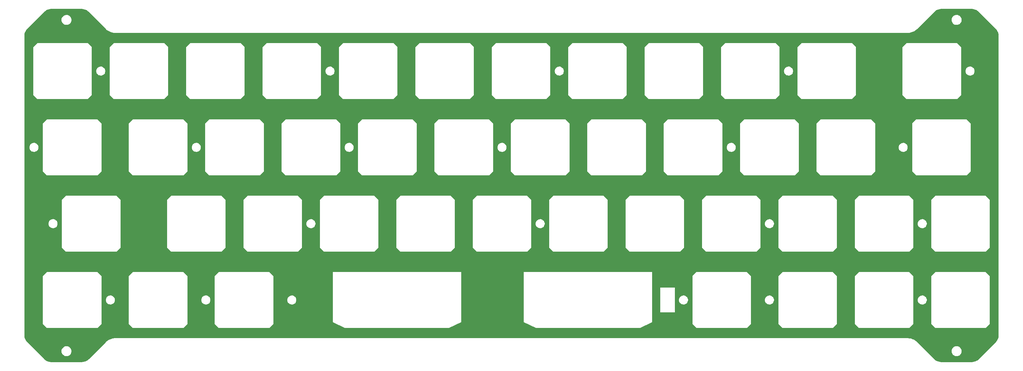
<source format=gbr>
%TF.GenerationSoftware,KiCad,Pcbnew,8.0.3*%
%TF.CreationDate,2024-08-24T23:48:56+02:00*%
%TF.ProjectId,plate split,706c6174-6520-4737-906c-69742e6b6963,rev?*%
%TF.SameCoordinates,Original*%
%TF.FileFunction,Copper,L2,Bot*%
%TF.FilePolarity,Positive*%
%FSLAX46Y46*%
G04 Gerber Fmt 4.6, Leading zero omitted, Abs format (unit mm)*
G04 Created by KiCad (PCBNEW 8.0.3) date 2024-08-24 23:48:56*
%MOMM*%
%LPD*%
G01*
G04 APERTURE LIST*
G04 APERTURE END LIST*
%TA.AperFunction,Conductor*%
%TO.N,GND*%
G36*
X37204661Y-15431267D02*
G01*
X37208267Y-15431325D01*
X37371661Y-15433996D01*
X37385797Y-15435039D01*
X37717997Y-15478776D01*
X37733885Y-15481936D01*
X38056556Y-15568396D01*
X38071894Y-15573603D01*
X38380212Y-15701313D01*
X38380504Y-15701434D01*
X38395051Y-15708608D01*
X38684327Y-15875621D01*
X38697813Y-15884632D01*
X38963622Y-16088592D01*
X38974371Y-16097864D01*
X39094417Y-16214046D01*
X39095863Y-16215469D01*
X43235261Y-20354867D01*
X43364412Y-20480886D01*
X43643364Y-20709814D01*
X43643368Y-20709817D01*
X43943399Y-20910291D01*
X43943405Y-20910294D01*
X43943413Y-20910300D01*
X44261668Y-21080410D01*
X44428365Y-21149458D01*
X44595057Y-21218505D01*
X44595061Y-21218506D01*
X44595063Y-21218507D01*
X44940389Y-21323261D01*
X45294319Y-21393663D01*
X45653446Y-21429036D01*
X45833878Y-21431250D01*
X243091106Y-21431250D01*
X243091122Y-21431250D01*
X243294116Y-21428520D01*
X243697634Y-21383800D01*
X244093765Y-21294885D01*
X244477686Y-21162858D01*
X244844719Y-20989328D01*
X245190394Y-20776408D01*
X245510500Y-20526691D01*
X245657711Y-20386895D01*
X247863355Y-18181250D01*
X254153596Y-18181250D01*
X254173724Y-18404893D01*
X254233463Y-18621356D01*
X254330891Y-18823667D01*
X254330893Y-18823671D01*
X254462875Y-19005329D01*
X254462876Y-19005331D01*
X254462879Y-19005334D01*
X254462880Y-19005335D01*
X254625185Y-19160514D01*
X254812589Y-19284219D01*
X255019070Y-19372473D01*
X255237991Y-19422440D01*
X255462316Y-19432515D01*
X255684835Y-19402373D01*
X255898396Y-19332982D01*
X256096135Y-19226575D01*
X256271696Y-19086569D01*
X256419437Y-18917466D01*
X256534609Y-18724701D01*
X256613511Y-18514468D01*
X256653606Y-18293526D01*
X256656122Y-18181250D01*
X256653606Y-18068974D01*
X256613511Y-17848032D01*
X256534609Y-17637799D01*
X256534605Y-17637793D01*
X256534605Y-17637791D01*
X256469398Y-17528654D01*
X256419437Y-17445034D01*
X256271696Y-17275931D01*
X256271694Y-17275930D01*
X256271693Y-17275928D01*
X256096136Y-17135926D01*
X256096135Y-17135925D01*
X255989014Y-17078281D01*
X255898397Y-17029518D01*
X255684837Y-16960127D01*
X255610662Y-16950079D01*
X255462316Y-16929985D01*
X255462312Y-16929985D01*
X255237996Y-16940059D01*
X255237985Y-16940061D01*
X255019080Y-16990024D01*
X255019073Y-16990026D01*
X255019070Y-16990027D01*
X254926676Y-17029518D01*
X254812588Y-17078281D01*
X254725261Y-17135926D01*
X254625185Y-17201986D01*
X254625184Y-17201987D01*
X254462876Y-17357168D01*
X254462875Y-17357170D01*
X254330893Y-17538828D01*
X254330891Y-17538832D01*
X254233463Y-17741143D01*
X254173724Y-17957606D01*
X254153596Y-18181250D01*
X247863355Y-18181250D01*
X249829185Y-16215420D01*
X249830557Y-16214071D01*
X249950606Y-16097855D01*
X249961362Y-16088574D01*
X250227190Y-15884609D01*
X250240642Y-15875621D01*
X250529956Y-15708593D01*
X250544480Y-15701431D01*
X250853100Y-15573601D01*
X250868447Y-15568391D01*
X251191116Y-15481934D01*
X251206993Y-15478777D01*
X251539202Y-15435041D01*
X251553334Y-15433998D01*
X251720339Y-15431267D01*
X251722367Y-15431250D01*
X259090135Y-15431250D01*
X259092078Y-15431264D01*
X259172726Y-15432529D01*
X259259127Y-15433884D01*
X259273350Y-15434927D01*
X259605529Y-15478653D01*
X259621422Y-15481814D01*
X259944097Y-15568271D01*
X259959438Y-15573478D01*
X260225515Y-15683689D01*
X260268062Y-15701313D01*
X260282610Y-15708487D01*
X260571901Y-15875510D01*
X260585388Y-15884522D01*
X260851170Y-16088468D01*
X260861983Y-16097802D01*
X260981950Y-16214077D01*
X260983331Y-16215437D01*
X265122017Y-20354123D01*
X265123428Y-20355557D01*
X265239644Y-20475606D01*
X265248930Y-20486369D01*
X265452882Y-20752179D01*
X265461885Y-20765653D01*
X265628899Y-21054945D01*
X265636070Y-21069486D01*
X265763896Y-21378095D01*
X265769109Y-21393453D01*
X265855561Y-21716101D01*
X265858725Y-21732009D01*
X265902457Y-22064190D01*
X265903501Y-22078347D01*
X265906233Y-22245338D01*
X265906250Y-22247366D01*
X265906250Y-96815134D01*
X265906235Y-96817079D01*
X265903615Y-96984128D01*
X265902570Y-96998366D01*
X265858849Y-97330514D01*
X265855684Y-97346423D01*
X265769231Y-97669088D01*
X265764017Y-97684448D01*
X265636186Y-97993062D01*
X265629012Y-98007610D01*
X265461989Y-98296901D01*
X265452977Y-98310388D01*
X265249031Y-98576170D01*
X265239697Y-98586983D01*
X265123422Y-98706950D01*
X265122062Y-98708331D01*
X260983376Y-102847017D01*
X260981942Y-102848428D01*
X260861893Y-102964644D01*
X260851130Y-102973930D01*
X260585320Y-103177882D01*
X260571839Y-103186889D01*
X260317823Y-103333538D01*
X260282560Y-103353897D01*
X260268013Y-103361070D01*
X259959404Y-103488896D01*
X259944046Y-103494109D01*
X259621398Y-103580561D01*
X259605490Y-103583725D01*
X259273309Y-103627457D01*
X259259152Y-103628501D01*
X259092161Y-103631233D01*
X259090133Y-103631250D01*
X251722365Y-103631250D01*
X251720422Y-103631235D01*
X251717120Y-103631183D01*
X251553371Y-103628615D01*
X251539133Y-103627570D01*
X251538275Y-103627457D01*
X251206982Y-103583848D01*
X251191076Y-103580684D01*
X250868411Y-103494231D01*
X250853051Y-103489017D01*
X250544437Y-103361186D01*
X250529889Y-103354012D01*
X250240598Y-103186989D01*
X250227111Y-103177977D01*
X249961329Y-102974031D01*
X249950516Y-102964697D01*
X249830549Y-102848422D01*
X249829168Y-102847062D01*
X247863356Y-100881250D01*
X254153852Y-100881250D01*
X254173980Y-101104893D01*
X254233719Y-101321356D01*
X254331147Y-101523667D01*
X254331149Y-101523671D01*
X254463131Y-101705329D01*
X254463132Y-101705331D01*
X254463135Y-101705334D01*
X254463136Y-101705335D01*
X254625441Y-101860514D01*
X254812845Y-101984219D01*
X255019326Y-102072473D01*
X255238247Y-102122440D01*
X255462572Y-102132515D01*
X255685091Y-102102373D01*
X255898652Y-102032982D01*
X256096391Y-101926575D01*
X256271952Y-101786569D01*
X256419693Y-101617466D01*
X256534865Y-101424701D01*
X256613767Y-101214468D01*
X256653862Y-100993526D01*
X256656378Y-100881250D01*
X256653862Y-100768974D01*
X256613767Y-100548032D01*
X256534865Y-100337799D01*
X256534861Y-100337793D01*
X256534861Y-100337791D01*
X256469654Y-100228654D01*
X256419693Y-100145034D01*
X256271952Y-99975931D01*
X256271950Y-99975930D01*
X256271949Y-99975928D01*
X256096392Y-99835926D01*
X256096391Y-99835925D01*
X255989270Y-99778281D01*
X255898653Y-99729518D01*
X255685093Y-99660127D01*
X255610918Y-99650079D01*
X255462572Y-99629985D01*
X255462568Y-99629985D01*
X255238252Y-99640059D01*
X255238241Y-99640061D01*
X255019336Y-99690024D01*
X255019329Y-99690026D01*
X255019326Y-99690027D01*
X254926932Y-99729518D01*
X254812844Y-99778281D01*
X254725517Y-99835926D01*
X254625441Y-99901986D01*
X254625440Y-99901987D01*
X254463132Y-100057168D01*
X254463131Y-100057170D01*
X254331149Y-100238828D01*
X254331147Y-100238832D01*
X254233719Y-100441143D01*
X254173980Y-100657606D01*
X254153852Y-100881250D01*
X247863356Y-100881250D01*
X245689747Y-98707641D01*
X245689739Y-98707633D01*
X245560646Y-98581550D01*
X245560640Y-98581545D01*
X245560637Y-98581542D01*
X245432006Y-98475976D01*
X245281689Y-98352612D01*
X245281685Y-98352609D01*
X245281680Y-98352605D01*
X244981641Y-98152124D01*
X244981640Y-98152123D01*
X244981635Y-98152120D01*
X244663374Y-97982005D01*
X244601801Y-97956501D01*
X244329978Y-97843909D01*
X244329975Y-97843908D01*
X244329970Y-97843906D01*
X244196503Y-97803420D01*
X243984638Y-97739153D01*
X243630692Y-97668754D01*
X243309489Y-97637124D01*
X243271559Y-97633389D01*
X243271558Y-97633388D01*
X243271548Y-97633388D01*
X243091146Y-97631250D01*
X243091122Y-97631250D01*
X45833878Y-97631250D01*
X45833837Y-97631250D01*
X45653443Y-97633363D01*
X45338780Y-97664357D01*
X45294306Y-97668738D01*
X45294304Y-97668738D01*
X45294297Y-97668739D01*
X44940363Y-97739144D01*
X44595038Y-97843901D01*
X44261626Y-97982009D01*
X43943374Y-98152123D01*
X43943359Y-98152131D01*
X43643330Y-98352610D01*
X43643310Y-98352625D01*
X43364364Y-98581555D01*
X43235246Y-98707647D01*
X39095854Y-102847039D01*
X39094458Y-102848413D01*
X38974457Y-102964681D01*
X38963660Y-102974001D01*
X38697867Y-103177957D01*
X38684381Y-103186968D01*
X38395094Y-103353994D01*
X38380546Y-103361168D01*
X38071938Y-103489003D01*
X38056579Y-103494217D01*
X37733923Y-103580677D01*
X37718014Y-103583842D01*
X37385864Y-103627573D01*
X37371620Y-103628619D01*
X37206950Y-103631197D01*
X37204579Y-103631235D01*
X37202639Y-103631250D01*
X29834865Y-103631250D01*
X29832838Y-103631233D01*
X29665849Y-103628503D01*
X29651690Y-103627459D01*
X29319512Y-103583725D01*
X29303604Y-103580561D01*
X29142279Y-103537333D01*
X28980952Y-103494105D01*
X28965595Y-103488892D01*
X28656995Y-103361065D01*
X28642448Y-103353891D01*
X28353172Y-103186878D01*
X28339686Y-103177867D01*
X28073877Y-102973907D01*
X28063128Y-102964635D01*
X27943082Y-102848453D01*
X27941636Y-102847030D01*
X25975856Y-100881250D01*
X32266352Y-100881250D01*
X32286480Y-101104893D01*
X32346219Y-101321356D01*
X32443647Y-101523667D01*
X32443649Y-101523671D01*
X32575631Y-101705329D01*
X32575632Y-101705331D01*
X32575635Y-101705334D01*
X32575636Y-101705335D01*
X32737941Y-101860514D01*
X32925345Y-101984219D01*
X33131826Y-102072473D01*
X33350747Y-102122440D01*
X33575072Y-102132515D01*
X33797591Y-102102373D01*
X34011152Y-102032982D01*
X34208891Y-101926575D01*
X34384452Y-101786569D01*
X34532193Y-101617466D01*
X34647365Y-101424701D01*
X34726267Y-101214468D01*
X34766362Y-100993526D01*
X34768878Y-100881250D01*
X34766362Y-100768974D01*
X34726267Y-100548032D01*
X34647365Y-100337799D01*
X34647361Y-100337793D01*
X34647361Y-100337791D01*
X34582154Y-100228654D01*
X34532193Y-100145034D01*
X34384452Y-99975931D01*
X34384450Y-99975930D01*
X34384449Y-99975928D01*
X34208892Y-99835926D01*
X34208891Y-99835925D01*
X34101770Y-99778281D01*
X34011153Y-99729518D01*
X33797593Y-99660127D01*
X33723418Y-99650079D01*
X33575072Y-99629985D01*
X33575068Y-99629985D01*
X33350752Y-99640059D01*
X33350741Y-99640061D01*
X33131836Y-99690024D01*
X33131829Y-99690026D01*
X33131826Y-99690027D01*
X33039432Y-99729518D01*
X32925344Y-99778281D01*
X32838017Y-99835926D01*
X32737941Y-99901986D01*
X32737940Y-99901987D01*
X32575632Y-100057168D01*
X32575631Y-100057170D01*
X32443649Y-100238828D01*
X32443647Y-100238832D01*
X32346219Y-100441143D01*
X32286480Y-100657606D01*
X32266352Y-100881250D01*
X25975856Y-100881250D01*
X23802970Y-98708364D01*
X23801547Y-98706918D01*
X23685360Y-98586866D01*
X23676098Y-98576127D01*
X23472133Y-98310312D01*
X23463122Y-98296826D01*
X23296109Y-98007551D01*
X23288935Y-97993004D01*
X23161109Y-97684404D01*
X23155895Y-97669045D01*
X23069448Y-97346423D01*
X23069438Y-97346386D01*
X23066278Y-97330497D01*
X23022541Y-96998298D01*
X23021498Y-96984161D01*
X23018766Y-96817079D01*
X23018750Y-96815133D01*
X23018750Y-82106249D01*
X27625000Y-82106249D01*
X27625000Y-82106250D01*
X27625000Y-94106250D01*
X28625000Y-95106250D01*
X41225000Y-95106250D01*
X42225000Y-94106250D01*
X42225000Y-88106250D01*
X43324915Y-88106250D01*
X43345247Y-88319174D01*
X43405507Y-88524402D01*
X43455716Y-88621794D01*
X43503520Y-88714521D01*
X43635735Y-88882645D01*
X43635743Y-88882653D01*
X43797387Y-89022717D01*
X43982619Y-89129661D01*
X43982620Y-89129661D01*
X43982623Y-89129663D01*
X44184751Y-89199621D01*
X44396466Y-89230061D01*
X44610116Y-89219883D01*
X44817979Y-89169456D01*
X45012543Y-89080602D01*
X45186774Y-88956533D01*
X45334377Y-88801731D01*
X45450015Y-88621794D01*
X45529511Y-88423223D01*
X45569991Y-88213196D01*
X45572532Y-88106250D01*
X45569991Y-87999304D01*
X45529511Y-87789277D01*
X45450015Y-87590706D01*
X45334377Y-87410769D01*
X45186774Y-87255967D01*
X45012543Y-87131898D01*
X45012541Y-87131897D01*
X45012542Y-87131897D01*
X44905116Y-87082838D01*
X44817979Y-87043044D01*
X44610116Y-86992617D01*
X44396466Y-86982439D01*
X44396465Y-86982439D01*
X44396464Y-86982439D01*
X44396463Y-86982439D01*
X44184749Y-87012879D01*
X43982619Y-87082838D01*
X43797388Y-87189782D01*
X43797387Y-87189782D01*
X43635743Y-87329846D01*
X43635735Y-87329854D01*
X43503520Y-87497978D01*
X43455716Y-87590706D01*
X43405507Y-87688098D01*
X43345247Y-87893326D01*
X43324915Y-88106250D01*
X42225000Y-88106250D01*
X42225000Y-82106250D01*
X42224999Y-82106249D01*
X49056250Y-82106249D01*
X49056250Y-82106250D01*
X49056250Y-94106250D01*
X50056250Y-95106250D01*
X62656250Y-95106250D01*
X63656250Y-94106250D01*
X63656250Y-88106250D01*
X67137415Y-88106250D01*
X67157747Y-88319174D01*
X67218007Y-88524402D01*
X67268216Y-88621794D01*
X67316020Y-88714521D01*
X67448235Y-88882645D01*
X67448243Y-88882653D01*
X67609887Y-89022717D01*
X67795119Y-89129661D01*
X67795120Y-89129661D01*
X67795123Y-89129663D01*
X67997251Y-89199621D01*
X68208966Y-89230061D01*
X68422616Y-89219883D01*
X68630479Y-89169456D01*
X68825043Y-89080602D01*
X68999274Y-88956533D01*
X69146877Y-88801731D01*
X69262515Y-88621794D01*
X69342011Y-88423223D01*
X69382491Y-88213196D01*
X69385032Y-88106250D01*
X69382491Y-87999304D01*
X69342011Y-87789277D01*
X69262515Y-87590706D01*
X69146877Y-87410769D01*
X68999274Y-87255967D01*
X68825043Y-87131898D01*
X68825041Y-87131897D01*
X68825042Y-87131897D01*
X68717616Y-87082838D01*
X68630479Y-87043044D01*
X68422616Y-86992617D01*
X68208966Y-86982439D01*
X68208965Y-86982439D01*
X68208964Y-86982439D01*
X68208963Y-86982439D01*
X67997249Y-87012879D01*
X67795119Y-87082838D01*
X67609888Y-87189782D01*
X67609887Y-87189782D01*
X67448243Y-87329846D01*
X67448235Y-87329854D01*
X67316020Y-87497978D01*
X67268216Y-87590706D01*
X67218007Y-87688098D01*
X67157747Y-87893326D01*
X67137415Y-88106250D01*
X63656250Y-88106250D01*
X63656250Y-82106250D01*
X63656249Y-82106249D01*
X70487500Y-82106249D01*
X70487500Y-82106250D01*
X70487500Y-94106250D01*
X71487500Y-95106250D01*
X84087500Y-95106250D01*
X85087500Y-94106250D01*
X85087500Y-88106250D01*
X88568665Y-88106250D01*
X88588997Y-88319174D01*
X88649257Y-88524402D01*
X88699466Y-88621794D01*
X88747270Y-88714521D01*
X88879485Y-88882645D01*
X88879493Y-88882653D01*
X89041137Y-89022717D01*
X89226369Y-89129661D01*
X89226370Y-89129661D01*
X89226373Y-89129663D01*
X89428501Y-89199621D01*
X89640216Y-89230061D01*
X89853866Y-89219883D01*
X90061729Y-89169456D01*
X90256293Y-89080602D01*
X90430524Y-88956533D01*
X90578127Y-88801731D01*
X90693765Y-88621794D01*
X90773261Y-88423223D01*
X90813741Y-88213196D01*
X90816282Y-88106250D01*
X99887500Y-88106250D01*
X99887500Y-93606250D01*
X99887501Y-93606251D01*
X102887499Y-95106250D01*
X128887500Y-95106250D01*
X128887501Y-95106250D01*
X131887498Y-93606251D01*
X131887500Y-93606250D01*
X131887500Y-88106250D01*
X147512500Y-88106250D01*
X147512500Y-93606250D01*
X147512501Y-93606251D01*
X150512499Y-95106250D01*
X176512500Y-95106250D01*
X176512501Y-95106250D01*
X179512498Y-93606251D01*
X179512500Y-93606250D01*
X179512500Y-91182607D01*
X181557575Y-91182607D01*
X185154924Y-91182607D01*
X185154924Y-88106250D01*
X186199915Y-88106250D01*
X186220247Y-88319174D01*
X186280507Y-88524402D01*
X186330716Y-88621794D01*
X186378520Y-88714521D01*
X186510735Y-88882645D01*
X186510743Y-88882653D01*
X186672387Y-89022717D01*
X186857619Y-89129661D01*
X186857620Y-89129661D01*
X186857623Y-89129663D01*
X187059751Y-89199621D01*
X187271466Y-89230061D01*
X187485116Y-89219883D01*
X187692979Y-89169456D01*
X187887543Y-89080602D01*
X188061774Y-88956533D01*
X188209377Y-88801731D01*
X188325015Y-88621794D01*
X188404511Y-88423223D01*
X188444991Y-88213196D01*
X188447532Y-88106250D01*
X188444991Y-87999304D01*
X188404511Y-87789277D01*
X188325015Y-87590706D01*
X188209377Y-87410769D01*
X188061774Y-87255967D01*
X187887543Y-87131898D01*
X187887541Y-87131897D01*
X187887542Y-87131897D01*
X187780116Y-87082838D01*
X187692979Y-87043044D01*
X187485116Y-86992617D01*
X187271466Y-86982439D01*
X187271465Y-86982439D01*
X187271464Y-86982439D01*
X187271463Y-86982439D01*
X187059749Y-87012879D01*
X186857619Y-87082838D01*
X186672388Y-87189782D01*
X186672387Y-87189782D01*
X186510743Y-87329846D01*
X186510735Y-87329854D01*
X186378520Y-87497978D01*
X186330716Y-87590706D01*
X186280507Y-87688098D01*
X186220247Y-87893326D01*
X186199915Y-88106250D01*
X185154924Y-88106250D01*
X185154924Y-85028334D01*
X181557575Y-85028334D01*
X181557575Y-91182607D01*
X179512500Y-91182607D01*
X179512500Y-88106250D01*
X179512500Y-82106249D01*
X189550000Y-82106249D01*
X189550000Y-82106250D01*
X189550000Y-94106250D01*
X190550000Y-95106250D01*
X203150000Y-95106250D01*
X204150000Y-94106250D01*
X204150000Y-88106250D01*
X207631165Y-88106250D01*
X207651497Y-88319174D01*
X207711757Y-88524402D01*
X207761966Y-88621794D01*
X207809770Y-88714521D01*
X207941985Y-88882645D01*
X207941993Y-88882653D01*
X208103637Y-89022717D01*
X208288869Y-89129661D01*
X208288870Y-89129661D01*
X208288873Y-89129663D01*
X208491001Y-89199621D01*
X208702716Y-89230061D01*
X208916366Y-89219883D01*
X209124229Y-89169456D01*
X209318793Y-89080602D01*
X209493024Y-88956533D01*
X209640627Y-88801731D01*
X209756265Y-88621794D01*
X209835761Y-88423223D01*
X209876241Y-88213196D01*
X209878782Y-88106250D01*
X209876241Y-87999304D01*
X209835761Y-87789277D01*
X209756265Y-87590706D01*
X209640627Y-87410769D01*
X209493024Y-87255967D01*
X209318793Y-87131898D01*
X209318791Y-87131897D01*
X209318792Y-87131897D01*
X209211366Y-87082838D01*
X209124229Y-87043044D01*
X208916366Y-86992617D01*
X208702716Y-86982439D01*
X208702715Y-86982439D01*
X208702714Y-86982439D01*
X208702713Y-86982439D01*
X208490999Y-87012879D01*
X208288869Y-87082838D01*
X208103638Y-87189782D01*
X208103637Y-87189782D01*
X207941993Y-87329846D01*
X207941985Y-87329854D01*
X207809770Y-87497978D01*
X207761966Y-87590706D01*
X207711757Y-87688098D01*
X207651497Y-87893326D01*
X207631165Y-88106250D01*
X204150000Y-88106250D01*
X204150000Y-82106250D01*
X204149999Y-82106249D01*
X210981250Y-82106249D01*
X210981250Y-82106250D01*
X210981250Y-94106250D01*
X211981250Y-95106250D01*
X224581250Y-95106250D01*
X225581250Y-94106250D01*
X225581250Y-82106250D01*
X225581249Y-82106249D01*
X230031250Y-82106249D01*
X230031250Y-82106250D01*
X230031250Y-94106250D01*
X231031250Y-95106250D01*
X243631250Y-95106250D01*
X244631250Y-94106250D01*
X244631250Y-88106250D01*
X245731165Y-88106250D01*
X245751497Y-88319174D01*
X245811757Y-88524402D01*
X245861966Y-88621794D01*
X245909770Y-88714521D01*
X246041985Y-88882645D01*
X246041993Y-88882653D01*
X246203637Y-89022717D01*
X246388869Y-89129661D01*
X246388870Y-89129661D01*
X246388873Y-89129663D01*
X246591001Y-89199621D01*
X246802716Y-89230061D01*
X247016366Y-89219883D01*
X247224229Y-89169456D01*
X247418793Y-89080602D01*
X247593024Y-88956533D01*
X247740627Y-88801731D01*
X247856265Y-88621794D01*
X247935761Y-88423223D01*
X247976241Y-88213196D01*
X247978782Y-88106250D01*
X247976241Y-87999304D01*
X247935761Y-87789277D01*
X247856265Y-87590706D01*
X247740627Y-87410769D01*
X247593024Y-87255967D01*
X247418793Y-87131898D01*
X247418791Y-87131897D01*
X247418792Y-87131897D01*
X247311366Y-87082838D01*
X247224229Y-87043044D01*
X247016366Y-86992617D01*
X246802716Y-86982439D01*
X246802715Y-86982439D01*
X246802714Y-86982439D01*
X246802713Y-86982439D01*
X246590999Y-87012879D01*
X246388869Y-87082838D01*
X246203638Y-87189782D01*
X246203637Y-87189782D01*
X246041993Y-87329846D01*
X246041985Y-87329854D01*
X245909770Y-87497978D01*
X245861966Y-87590706D01*
X245811757Y-87688098D01*
X245751497Y-87893326D01*
X245731165Y-88106250D01*
X244631250Y-88106250D01*
X244631250Y-82106250D01*
X244631249Y-82106249D01*
X249081250Y-82106249D01*
X249081250Y-82106250D01*
X249081250Y-94106250D01*
X250081250Y-95106250D01*
X262681250Y-95106250D01*
X263681250Y-94106250D01*
X263681250Y-82106250D01*
X262681250Y-81106250D01*
X250081249Y-81106250D01*
X249081250Y-82106249D01*
X244631249Y-82106249D01*
X243631250Y-81106250D01*
X231031249Y-81106250D01*
X230031250Y-82106249D01*
X225581249Y-82106249D01*
X224581250Y-81106250D01*
X211981249Y-81106250D01*
X210981250Y-82106249D01*
X204149999Y-82106249D01*
X203150000Y-81106250D01*
X190549999Y-81106250D01*
X189550000Y-82106249D01*
X179512500Y-82106249D01*
X179512500Y-81106250D01*
X147512500Y-81106250D01*
X147512500Y-88106250D01*
X131887500Y-88106250D01*
X131887500Y-81106250D01*
X99887500Y-81106250D01*
X99887500Y-88106250D01*
X90816282Y-88106250D01*
X90813741Y-87999304D01*
X90773261Y-87789277D01*
X90693765Y-87590706D01*
X90578127Y-87410769D01*
X90430524Y-87255967D01*
X90256293Y-87131898D01*
X90256291Y-87131897D01*
X90256292Y-87131897D01*
X90148866Y-87082838D01*
X90061729Y-87043044D01*
X89853866Y-86992617D01*
X89640216Y-86982439D01*
X89640215Y-86982439D01*
X89640214Y-86982439D01*
X89640213Y-86982439D01*
X89428499Y-87012879D01*
X89226369Y-87082838D01*
X89041138Y-87189782D01*
X89041137Y-87189782D01*
X88879493Y-87329846D01*
X88879485Y-87329854D01*
X88747270Y-87497978D01*
X88699466Y-87590706D01*
X88649257Y-87688098D01*
X88588997Y-87893326D01*
X88568665Y-88106250D01*
X85087500Y-88106250D01*
X85087500Y-82106250D01*
X84087500Y-81106250D01*
X71487499Y-81106250D01*
X70487500Y-82106249D01*
X63656249Y-82106249D01*
X62656250Y-81106250D01*
X50056249Y-81106250D01*
X49056250Y-82106249D01*
X42224999Y-82106249D01*
X41225000Y-81106250D01*
X28624999Y-81106250D01*
X27625000Y-82106249D01*
X23018750Y-82106249D01*
X23018750Y-69056250D01*
X29037415Y-69056250D01*
X29057747Y-69269174D01*
X29118007Y-69474402D01*
X29168216Y-69571794D01*
X29216020Y-69664521D01*
X29348235Y-69832645D01*
X29348243Y-69832653D01*
X29509887Y-69972717D01*
X29695119Y-70079661D01*
X29695120Y-70079661D01*
X29695123Y-70079663D01*
X29897251Y-70149621D01*
X30108966Y-70180061D01*
X30322616Y-70169883D01*
X30530479Y-70119456D01*
X30725043Y-70030602D01*
X30899274Y-69906533D01*
X31046877Y-69751731D01*
X31162515Y-69571794D01*
X31242011Y-69373223D01*
X31282491Y-69163196D01*
X31285032Y-69056250D01*
X31282491Y-68949304D01*
X31242011Y-68739277D01*
X31162515Y-68540706D01*
X31046877Y-68360769D01*
X30899274Y-68205967D01*
X30725043Y-68081898D01*
X30725041Y-68081897D01*
X30725042Y-68081897D01*
X30617616Y-68032838D01*
X30530479Y-67993044D01*
X30322616Y-67942617D01*
X30108966Y-67932439D01*
X30108965Y-67932439D01*
X30108964Y-67932439D01*
X30108963Y-67932439D01*
X29897249Y-67962879D01*
X29695119Y-68032838D01*
X29509888Y-68139782D01*
X29509887Y-68139782D01*
X29348243Y-68279846D01*
X29348235Y-68279854D01*
X29216020Y-68447978D01*
X29168216Y-68540706D01*
X29118007Y-68638098D01*
X29057747Y-68843326D01*
X29037415Y-69056250D01*
X23018750Y-69056250D01*
X23018750Y-63056249D01*
X32387500Y-63056249D01*
X32387500Y-63056250D01*
X32387500Y-75056250D01*
X33387500Y-76056250D01*
X45987500Y-76056250D01*
X46987500Y-75056250D01*
X46987500Y-63056250D01*
X46987499Y-63056249D01*
X58581250Y-63056249D01*
X58581250Y-63056250D01*
X58581250Y-75056250D01*
X59581250Y-76056250D01*
X72181250Y-76056250D01*
X73181250Y-75056250D01*
X73181250Y-63056250D01*
X73181249Y-63056249D01*
X77631250Y-63056249D01*
X77631250Y-63056250D01*
X77631250Y-75056250D01*
X78631250Y-76056250D01*
X91231250Y-76056250D01*
X92231250Y-75056250D01*
X92231250Y-69056250D01*
X93331165Y-69056250D01*
X93351497Y-69269174D01*
X93411757Y-69474402D01*
X93461966Y-69571794D01*
X93509770Y-69664521D01*
X93641985Y-69832645D01*
X93641993Y-69832653D01*
X93803637Y-69972717D01*
X93988869Y-70079661D01*
X93988870Y-70079661D01*
X93988873Y-70079663D01*
X94191001Y-70149621D01*
X94402716Y-70180061D01*
X94616366Y-70169883D01*
X94824229Y-70119456D01*
X95018793Y-70030602D01*
X95193024Y-69906533D01*
X95340627Y-69751731D01*
X95456265Y-69571794D01*
X95535761Y-69373223D01*
X95576241Y-69163196D01*
X95578782Y-69056250D01*
X95576241Y-68949304D01*
X95535761Y-68739277D01*
X95456265Y-68540706D01*
X95340627Y-68360769D01*
X95193024Y-68205967D01*
X95018793Y-68081898D01*
X95018791Y-68081897D01*
X95018792Y-68081897D01*
X94911366Y-68032838D01*
X94824229Y-67993044D01*
X94616366Y-67942617D01*
X94402716Y-67932439D01*
X94402715Y-67932439D01*
X94402714Y-67932439D01*
X94402713Y-67932439D01*
X94190999Y-67962879D01*
X93988869Y-68032838D01*
X93803638Y-68139782D01*
X93803637Y-68139782D01*
X93641993Y-68279846D01*
X93641985Y-68279854D01*
X93509770Y-68447978D01*
X93461966Y-68540706D01*
X93411757Y-68638098D01*
X93351497Y-68843326D01*
X93331165Y-69056250D01*
X92231250Y-69056250D01*
X92231250Y-63056250D01*
X92231249Y-63056249D01*
X96681250Y-63056249D01*
X96681250Y-63056250D01*
X96681250Y-75056250D01*
X97681250Y-76056250D01*
X110281250Y-76056250D01*
X111281250Y-75056250D01*
X111281250Y-63056250D01*
X111281249Y-63056249D01*
X115731250Y-63056249D01*
X115731250Y-63056250D01*
X115731250Y-75056250D01*
X116731250Y-76056250D01*
X129331250Y-76056250D01*
X130331250Y-75056250D01*
X130331250Y-63056250D01*
X130331249Y-63056249D01*
X134781250Y-63056249D01*
X134781250Y-63056250D01*
X134781250Y-75056250D01*
X135781250Y-76056250D01*
X148381250Y-76056250D01*
X149381250Y-75056250D01*
X149381250Y-69056250D01*
X150481165Y-69056250D01*
X150501497Y-69269174D01*
X150561757Y-69474402D01*
X150611966Y-69571794D01*
X150659770Y-69664521D01*
X150791985Y-69832645D01*
X150791993Y-69832653D01*
X150953637Y-69972717D01*
X151138869Y-70079661D01*
X151138870Y-70079661D01*
X151138873Y-70079663D01*
X151341001Y-70149621D01*
X151552716Y-70180061D01*
X151766366Y-70169883D01*
X151974229Y-70119456D01*
X152168793Y-70030602D01*
X152343024Y-69906533D01*
X152490627Y-69751731D01*
X152606265Y-69571794D01*
X152685761Y-69373223D01*
X152726241Y-69163196D01*
X152728782Y-69056250D01*
X152726241Y-68949304D01*
X152685761Y-68739277D01*
X152606265Y-68540706D01*
X152490627Y-68360769D01*
X152343024Y-68205967D01*
X152168793Y-68081898D01*
X152168791Y-68081897D01*
X152168792Y-68081897D01*
X152061366Y-68032838D01*
X151974229Y-67993044D01*
X151766366Y-67942617D01*
X151552716Y-67932439D01*
X151552715Y-67932439D01*
X151552714Y-67932439D01*
X151552713Y-67932439D01*
X151340999Y-67962879D01*
X151138869Y-68032838D01*
X150953638Y-68139782D01*
X150953637Y-68139782D01*
X150791993Y-68279846D01*
X150791985Y-68279854D01*
X150659770Y-68447978D01*
X150611966Y-68540706D01*
X150561757Y-68638098D01*
X150501497Y-68843326D01*
X150481165Y-69056250D01*
X149381250Y-69056250D01*
X149381250Y-63056250D01*
X149381249Y-63056249D01*
X153831250Y-63056249D01*
X153831250Y-63056250D01*
X153831250Y-75056250D01*
X154831250Y-76056250D01*
X167431250Y-76056250D01*
X168431250Y-75056250D01*
X168431250Y-63056250D01*
X168431249Y-63056249D01*
X172881250Y-63056249D01*
X172881250Y-63056250D01*
X172881250Y-75056250D01*
X173881250Y-76056250D01*
X186481250Y-76056250D01*
X187481250Y-75056250D01*
X187481250Y-63056250D01*
X187481249Y-63056249D01*
X191931250Y-63056249D01*
X191931250Y-63056250D01*
X191931250Y-75056250D01*
X192931250Y-76056250D01*
X205531250Y-76056250D01*
X206531250Y-75056250D01*
X206531250Y-69056250D01*
X207631165Y-69056250D01*
X207651497Y-69269174D01*
X207711757Y-69474402D01*
X207761966Y-69571794D01*
X207809770Y-69664521D01*
X207941985Y-69832645D01*
X207941993Y-69832653D01*
X208103637Y-69972717D01*
X208288869Y-70079661D01*
X208288870Y-70079661D01*
X208288873Y-70079663D01*
X208491001Y-70149621D01*
X208702716Y-70180061D01*
X208916366Y-70169883D01*
X209124229Y-70119456D01*
X209318793Y-70030602D01*
X209493024Y-69906533D01*
X209640627Y-69751731D01*
X209756265Y-69571794D01*
X209835761Y-69373223D01*
X209876241Y-69163196D01*
X209878782Y-69056250D01*
X209876241Y-68949304D01*
X209835761Y-68739277D01*
X209756265Y-68540706D01*
X209640627Y-68360769D01*
X209493024Y-68205967D01*
X209318793Y-68081898D01*
X209318791Y-68081897D01*
X209318792Y-68081897D01*
X209211366Y-68032838D01*
X209124229Y-67993044D01*
X208916366Y-67942617D01*
X208702716Y-67932439D01*
X208702715Y-67932439D01*
X208702714Y-67932439D01*
X208702713Y-67932439D01*
X208490999Y-67962879D01*
X208288869Y-68032838D01*
X208103638Y-68139782D01*
X208103637Y-68139782D01*
X207941993Y-68279846D01*
X207941985Y-68279854D01*
X207809770Y-68447978D01*
X207761966Y-68540706D01*
X207711757Y-68638098D01*
X207651497Y-68843326D01*
X207631165Y-69056250D01*
X206531250Y-69056250D01*
X206531250Y-63056250D01*
X206531249Y-63056249D01*
X210981250Y-63056249D01*
X210981250Y-63056250D01*
X210981250Y-75056250D01*
X211981250Y-76056250D01*
X224581250Y-76056250D01*
X225581250Y-75056250D01*
X225581250Y-63056250D01*
X225581249Y-63056249D01*
X230031250Y-63056249D01*
X230031250Y-63056250D01*
X230031250Y-75056250D01*
X231031250Y-76056250D01*
X243631250Y-76056250D01*
X244631250Y-75056250D01*
X244631250Y-69056250D01*
X245731165Y-69056250D01*
X245751497Y-69269174D01*
X245811757Y-69474402D01*
X245861966Y-69571794D01*
X245909770Y-69664521D01*
X246041985Y-69832645D01*
X246041993Y-69832653D01*
X246203637Y-69972717D01*
X246388869Y-70079661D01*
X246388870Y-70079661D01*
X246388873Y-70079663D01*
X246591001Y-70149621D01*
X246802716Y-70180061D01*
X247016366Y-70169883D01*
X247224229Y-70119456D01*
X247418793Y-70030602D01*
X247593024Y-69906533D01*
X247740627Y-69751731D01*
X247856265Y-69571794D01*
X247935761Y-69373223D01*
X247976241Y-69163196D01*
X247978782Y-69056250D01*
X247976241Y-68949304D01*
X247935761Y-68739277D01*
X247856265Y-68540706D01*
X247740627Y-68360769D01*
X247593024Y-68205967D01*
X247418793Y-68081898D01*
X247418791Y-68081897D01*
X247418792Y-68081897D01*
X247311366Y-68032838D01*
X247224229Y-67993044D01*
X247016366Y-67942617D01*
X246802716Y-67932439D01*
X246802715Y-67932439D01*
X246802714Y-67932439D01*
X246802713Y-67932439D01*
X246590999Y-67962879D01*
X246388869Y-68032838D01*
X246203638Y-68139782D01*
X246203637Y-68139782D01*
X246041993Y-68279846D01*
X246041985Y-68279854D01*
X245909770Y-68447978D01*
X245861966Y-68540706D01*
X245811757Y-68638098D01*
X245751497Y-68843326D01*
X245731165Y-69056250D01*
X244631250Y-69056250D01*
X244631250Y-63056250D01*
X244631249Y-63056249D01*
X249081250Y-63056249D01*
X249081250Y-63056250D01*
X249081250Y-75056250D01*
X250081250Y-76056250D01*
X262681250Y-76056250D01*
X263681250Y-75056250D01*
X263681250Y-63056250D01*
X262681250Y-62056250D01*
X250081249Y-62056250D01*
X249081250Y-63056249D01*
X244631249Y-63056249D01*
X243631250Y-62056250D01*
X231031249Y-62056250D01*
X230031250Y-63056249D01*
X225581249Y-63056249D01*
X224581250Y-62056250D01*
X211981249Y-62056250D01*
X210981250Y-63056249D01*
X206531249Y-63056249D01*
X205531250Y-62056250D01*
X192931249Y-62056250D01*
X191931250Y-63056249D01*
X187481249Y-63056249D01*
X186481250Y-62056250D01*
X173881249Y-62056250D01*
X172881250Y-63056249D01*
X168431249Y-63056249D01*
X167431250Y-62056250D01*
X154831249Y-62056250D01*
X153831250Y-63056249D01*
X149381249Y-63056249D01*
X148381250Y-62056250D01*
X135781249Y-62056250D01*
X134781250Y-63056249D01*
X130331249Y-63056249D01*
X129331250Y-62056250D01*
X116731249Y-62056250D01*
X115731250Y-63056249D01*
X111281249Y-63056249D01*
X110281250Y-62056250D01*
X97681249Y-62056250D01*
X96681250Y-63056249D01*
X92231249Y-63056249D01*
X91231250Y-62056250D01*
X78631249Y-62056250D01*
X77631250Y-63056249D01*
X73181249Y-63056249D01*
X72181250Y-62056250D01*
X59581249Y-62056250D01*
X58581250Y-63056249D01*
X46987499Y-63056249D01*
X45987500Y-62056250D01*
X33387499Y-62056250D01*
X32387500Y-63056249D01*
X23018750Y-63056249D01*
X23018750Y-50006250D01*
X24274915Y-50006250D01*
X24295247Y-50219174D01*
X24355507Y-50424402D01*
X24405716Y-50521794D01*
X24453520Y-50614521D01*
X24585735Y-50782645D01*
X24585743Y-50782653D01*
X24747387Y-50922717D01*
X24932619Y-51029661D01*
X24932620Y-51029661D01*
X24932623Y-51029663D01*
X25134751Y-51099621D01*
X25346466Y-51130061D01*
X25560116Y-51119883D01*
X25767979Y-51069456D01*
X25962543Y-50980602D01*
X26136774Y-50856533D01*
X26284377Y-50701731D01*
X26400015Y-50521794D01*
X26479511Y-50323223D01*
X26519991Y-50113196D01*
X26522532Y-50006250D01*
X26519991Y-49899304D01*
X26479511Y-49689277D01*
X26400015Y-49490706D01*
X26284377Y-49310769D01*
X26136774Y-49155967D01*
X25962543Y-49031898D01*
X25962541Y-49031897D01*
X25962542Y-49031897D01*
X25855116Y-48982838D01*
X25767979Y-48943044D01*
X25560116Y-48892617D01*
X25346466Y-48882439D01*
X25346465Y-48882439D01*
X25346464Y-48882439D01*
X25346463Y-48882439D01*
X25134749Y-48912879D01*
X24932619Y-48982838D01*
X24747388Y-49089782D01*
X24747387Y-49089782D01*
X24585743Y-49229846D01*
X24585735Y-49229854D01*
X24453520Y-49397978D01*
X24405716Y-49490706D01*
X24355507Y-49588098D01*
X24295247Y-49793326D01*
X24274915Y-50006250D01*
X23018750Y-50006250D01*
X23018750Y-44006249D01*
X27625000Y-44006249D01*
X27625000Y-44006250D01*
X27625000Y-56006250D01*
X28625000Y-57006250D01*
X41225000Y-57006250D01*
X42225000Y-56006250D01*
X42225000Y-44006250D01*
X42224999Y-44006249D01*
X49056250Y-44006249D01*
X49056250Y-44006250D01*
X49056250Y-56006250D01*
X50056250Y-57006250D01*
X62656250Y-57006250D01*
X63656250Y-56006250D01*
X63656250Y-50006250D01*
X64756165Y-50006250D01*
X64776497Y-50219174D01*
X64836757Y-50424402D01*
X64886966Y-50521794D01*
X64934770Y-50614521D01*
X65066985Y-50782645D01*
X65066993Y-50782653D01*
X65228637Y-50922717D01*
X65413869Y-51029661D01*
X65413870Y-51029661D01*
X65413873Y-51029663D01*
X65616001Y-51099621D01*
X65827716Y-51130061D01*
X66041366Y-51119883D01*
X66249229Y-51069456D01*
X66443793Y-50980602D01*
X66618024Y-50856533D01*
X66765627Y-50701731D01*
X66881265Y-50521794D01*
X66960761Y-50323223D01*
X67001241Y-50113196D01*
X67003782Y-50006250D01*
X67001241Y-49899304D01*
X66960761Y-49689277D01*
X66881265Y-49490706D01*
X66765627Y-49310769D01*
X66618024Y-49155967D01*
X66443793Y-49031898D01*
X66443791Y-49031897D01*
X66443792Y-49031897D01*
X66336366Y-48982838D01*
X66249229Y-48943044D01*
X66041366Y-48892617D01*
X65827716Y-48882439D01*
X65827715Y-48882439D01*
X65827714Y-48882439D01*
X65827713Y-48882439D01*
X65615999Y-48912879D01*
X65413869Y-48982838D01*
X65228638Y-49089782D01*
X65228637Y-49089782D01*
X65066993Y-49229846D01*
X65066985Y-49229854D01*
X64934770Y-49397978D01*
X64886966Y-49490706D01*
X64836757Y-49588098D01*
X64776497Y-49793326D01*
X64756165Y-50006250D01*
X63656250Y-50006250D01*
X63656250Y-44006250D01*
X63656249Y-44006249D01*
X68106250Y-44006249D01*
X68106250Y-44006250D01*
X68106250Y-56006250D01*
X69106250Y-57006250D01*
X81706250Y-57006250D01*
X82706250Y-56006250D01*
X82706250Y-44006250D01*
X82706249Y-44006249D01*
X87156250Y-44006249D01*
X87156250Y-44006250D01*
X87156250Y-56006250D01*
X88156250Y-57006250D01*
X100756250Y-57006250D01*
X101756250Y-56006250D01*
X101756250Y-50006250D01*
X102856165Y-50006250D01*
X102876497Y-50219174D01*
X102936757Y-50424402D01*
X102986966Y-50521794D01*
X103034770Y-50614521D01*
X103166985Y-50782645D01*
X103166993Y-50782653D01*
X103328637Y-50922717D01*
X103513869Y-51029661D01*
X103513870Y-51029661D01*
X103513873Y-51029663D01*
X103716001Y-51099621D01*
X103927716Y-51130061D01*
X104141366Y-51119883D01*
X104349229Y-51069456D01*
X104543793Y-50980602D01*
X104718024Y-50856533D01*
X104865627Y-50701731D01*
X104981265Y-50521794D01*
X105060761Y-50323223D01*
X105101241Y-50113196D01*
X105103782Y-50006250D01*
X105101241Y-49899304D01*
X105060761Y-49689277D01*
X104981265Y-49490706D01*
X104865627Y-49310769D01*
X104718024Y-49155967D01*
X104543793Y-49031898D01*
X104543791Y-49031897D01*
X104543792Y-49031897D01*
X104436366Y-48982838D01*
X104349229Y-48943044D01*
X104141366Y-48892617D01*
X103927716Y-48882439D01*
X103927715Y-48882439D01*
X103927714Y-48882439D01*
X103927713Y-48882439D01*
X103715999Y-48912879D01*
X103513869Y-48982838D01*
X103328638Y-49089782D01*
X103328637Y-49089782D01*
X103166993Y-49229846D01*
X103166985Y-49229854D01*
X103034770Y-49397978D01*
X102986966Y-49490706D01*
X102936757Y-49588098D01*
X102876497Y-49793326D01*
X102856165Y-50006250D01*
X101756250Y-50006250D01*
X101756250Y-44006250D01*
X101756249Y-44006249D01*
X106206250Y-44006249D01*
X106206250Y-44006250D01*
X106206250Y-56006250D01*
X107206250Y-57006250D01*
X119806250Y-57006250D01*
X120806250Y-56006250D01*
X120806250Y-44006250D01*
X120806249Y-44006249D01*
X125256250Y-44006249D01*
X125256250Y-44006250D01*
X125256250Y-56006250D01*
X126256250Y-57006250D01*
X138856250Y-57006250D01*
X139856250Y-56006250D01*
X139856250Y-50006250D01*
X140956165Y-50006250D01*
X140976497Y-50219174D01*
X141036757Y-50424402D01*
X141086966Y-50521794D01*
X141134770Y-50614521D01*
X141266985Y-50782645D01*
X141266993Y-50782653D01*
X141428637Y-50922717D01*
X141613869Y-51029661D01*
X141613870Y-51029661D01*
X141613873Y-51029663D01*
X141816001Y-51099621D01*
X142027716Y-51130061D01*
X142241366Y-51119883D01*
X142449229Y-51069456D01*
X142643793Y-50980602D01*
X142818024Y-50856533D01*
X142965627Y-50701731D01*
X143081265Y-50521794D01*
X143160761Y-50323223D01*
X143201241Y-50113196D01*
X143203782Y-50006250D01*
X143201241Y-49899304D01*
X143160761Y-49689277D01*
X143081265Y-49490706D01*
X142965627Y-49310769D01*
X142818024Y-49155967D01*
X142643793Y-49031898D01*
X142643791Y-49031897D01*
X142643792Y-49031897D01*
X142536366Y-48982838D01*
X142449229Y-48943044D01*
X142241366Y-48892617D01*
X142027716Y-48882439D01*
X142027715Y-48882439D01*
X142027714Y-48882439D01*
X142027713Y-48882439D01*
X141815999Y-48912879D01*
X141613869Y-48982838D01*
X141428638Y-49089782D01*
X141428637Y-49089782D01*
X141266993Y-49229846D01*
X141266985Y-49229854D01*
X141134770Y-49397978D01*
X141086966Y-49490706D01*
X141036757Y-49588098D01*
X140976497Y-49793326D01*
X140956165Y-50006250D01*
X139856250Y-50006250D01*
X139856250Y-44006250D01*
X139856249Y-44006249D01*
X144306250Y-44006249D01*
X144306250Y-44006250D01*
X144306250Y-56006250D01*
X145306250Y-57006250D01*
X157906250Y-57006250D01*
X158906250Y-56006250D01*
X158906250Y-44006250D01*
X158906249Y-44006249D01*
X163356250Y-44006249D01*
X163356250Y-44006250D01*
X163356250Y-56006250D01*
X164356250Y-57006250D01*
X176956250Y-57006250D01*
X177956250Y-56006250D01*
X177956250Y-44006250D01*
X177956249Y-44006249D01*
X182406250Y-44006249D01*
X182406250Y-44006250D01*
X182406250Y-56006250D01*
X183406250Y-57006250D01*
X196006250Y-57006250D01*
X197006250Y-56006250D01*
X197006250Y-50006250D01*
X198106165Y-50006250D01*
X198126497Y-50219174D01*
X198186757Y-50424402D01*
X198236966Y-50521794D01*
X198284770Y-50614521D01*
X198416985Y-50782645D01*
X198416993Y-50782653D01*
X198578637Y-50922717D01*
X198763869Y-51029661D01*
X198763870Y-51029661D01*
X198763873Y-51029663D01*
X198966001Y-51099621D01*
X199177716Y-51130061D01*
X199391366Y-51119883D01*
X199599229Y-51069456D01*
X199793793Y-50980602D01*
X199968024Y-50856533D01*
X200115627Y-50701731D01*
X200231265Y-50521794D01*
X200310761Y-50323223D01*
X200351241Y-50113196D01*
X200353782Y-50006250D01*
X200351241Y-49899304D01*
X200310761Y-49689277D01*
X200231265Y-49490706D01*
X200115627Y-49310769D01*
X199968024Y-49155967D01*
X199793793Y-49031898D01*
X199793791Y-49031897D01*
X199793792Y-49031897D01*
X199686366Y-48982838D01*
X199599229Y-48943044D01*
X199391366Y-48892617D01*
X199177716Y-48882439D01*
X199177715Y-48882439D01*
X199177714Y-48882439D01*
X199177713Y-48882439D01*
X198965999Y-48912879D01*
X198763869Y-48982838D01*
X198578638Y-49089782D01*
X198578637Y-49089782D01*
X198416993Y-49229846D01*
X198416985Y-49229854D01*
X198284770Y-49397978D01*
X198236966Y-49490706D01*
X198186757Y-49588098D01*
X198126497Y-49793326D01*
X198106165Y-50006250D01*
X197006250Y-50006250D01*
X197006250Y-44006250D01*
X197006249Y-44006249D01*
X201456250Y-44006249D01*
X201456250Y-44006250D01*
X201456250Y-56006250D01*
X202456250Y-57006250D01*
X215056250Y-57006250D01*
X216056250Y-56006250D01*
X216056250Y-44006250D01*
X216056249Y-44006249D01*
X220506250Y-44006249D01*
X220506250Y-44006250D01*
X220506250Y-56006250D01*
X221506250Y-57006250D01*
X234106250Y-57006250D01*
X235106250Y-56006250D01*
X235106250Y-50006250D01*
X240968665Y-50006250D01*
X240988997Y-50219174D01*
X241049257Y-50424402D01*
X241099466Y-50521794D01*
X241147270Y-50614521D01*
X241279485Y-50782645D01*
X241279493Y-50782653D01*
X241441137Y-50922717D01*
X241626369Y-51029661D01*
X241626370Y-51029661D01*
X241626373Y-51029663D01*
X241828501Y-51099621D01*
X242040216Y-51130061D01*
X242253866Y-51119883D01*
X242461729Y-51069456D01*
X242656293Y-50980602D01*
X242830524Y-50856533D01*
X242978127Y-50701731D01*
X243093765Y-50521794D01*
X243173261Y-50323223D01*
X243213741Y-50113196D01*
X243216282Y-50006250D01*
X243213741Y-49899304D01*
X243173261Y-49689277D01*
X243093765Y-49490706D01*
X242978127Y-49310769D01*
X242830524Y-49155967D01*
X242656293Y-49031898D01*
X242656291Y-49031897D01*
X242656292Y-49031897D01*
X242548866Y-48982838D01*
X242461729Y-48943044D01*
X242253866Y-48892617D01*
X242040216Y-48882439D01*
X242040215Y-48882439D01*
X242040214Y-48882439D01*
X242040213Y-48882439D01*
X241828499Y-48912879D01*
X241626369Y-48982838D01*
X241441138Y-49089782D01*
X241441137Y-49089782D01*
X241279493Y-49229846D01*
X241279485Y-49229854D01*
X241147270Y-49397978D01*
X241099466Y-49490706D01*
X241049257Y-49588098D01*
X240988997Y-49793326D01*
X240968665Y-50006250D01*
X235106250Y-50006250D01*
X235106250Y-44006250D01*
X235106249Y-44006249D01*
X244318750Y-44006249D01*
X244318750Y-44006250D01*
X244318750Y-56006250D01*
X245318750Y-57006250D01*
X257918750Y-57006250D01*
X258918750Y-56006250D01*
X258918750Y-44006250D01*
X257918750Y-43006250D01*
X245318749Y-43006250D01*
X244318750Y-44006249D01*
X235106249Y-44006249D01*
X234106250Y-43006250D01*
X221506249Y-43006250D01*
X220506250Y-44006249D01*
X216056249Y-44006249D01*
X215056250Y-43006250D01*
X202456249Y-43006250D01*
X201456250Y-44006249D01*
X197006249Y-44006249D01*
X196006250Y-43006250D01*
X183406249Y-43006250D01*
X182406250Y-44006249D01*
X177956249Y-44006249D01*
X176956250Y-43006250D01*
X164356249Y-43006250D01*
X163356250Y-44006249D01*
X158906249Y-44006249D01*
X157906250Y-43006250D01*
X145306249Y-43006250D01*
X144306250Y-44006249D01*
X139856249Y-44006249D01*
X138856250Y-43006250D01*
X126256249Y-43006250D01*
X125256250Y-44006249D01*
X120806249Y-44006249D01*
X119806250Y-43006250D01*
X107206249Y-43006250D01*
X106206250Y-44006249D01*
X101756249Y-44006249D01*
X100756250Y-43006250D01*
X88156249Y-43006250D01*
X87156250Y-44006249D01*
X82706249Y-44006249D01*
X81706250Y-43006250D01*
X69106249Y-43006250D01*
X68106250Y-44006249D01*
X63656249Y-44006249D01*
X62656250Y-43006250D01*
X50056249Y-43006250D01*
X49056250Y-44006249D01*
X42224999Y-44006249D01*
X41225000Y-43006250D01*
X28624999Y-43006250D01*
X27625000Y-44006249D01*
X23018750Y-44006249D01*
X23018750Y-24956249D01*
X25243750Y-24956249D01*
X25243750Y-24956250D01*
X25243750Y-36956250D01*
X26243750Y-37956250D01*
X38843750Y-37956250D01*
X39843750Y-36956250D01*
X39843750Y-30956250D01*
X40943665Y-30956250D01*
X40963997Y-31169174D01*
X41024257Y-31374402D01*
X41074466Y-31471794D01*
X41122270Y-31564521D01*
X41254485Y-31732645D01*
X41254493Y-31732653D01*
X41416137Y-31872717D01*
X41601369Y-31979661D01*
X41601370Y-31979661D01*
X41601373Y-31979663D01*
X41803501Y-32049621D01*
X42015216Y-32080061D01*
X42228866Y-32069883D01*
X42436729Y-32019456D01*
X42631293Y-31930602D01*
X42805524Y-31806533D01*
X42953127Y-31651731D01*
X43068765Y-31471794D01*
X43148261Y-31273223D01*
X43188741Y-31063196D01*
X43191282Y-30956250D01*
X43188741Y-30849304D01*
X43148261Y-30639277D01*
X43068765Y-30440706D01*
X42953127Y-30260769D01*
X42805524Y-30105967D01*
X42631293Y-29981898D01*
X42631291Y-29981897D01*
X42631292Y-29981897D01*
X42523866Y-29932838D01*
X42436729Y-29893044D01*
X42228866Y-29842617D01*
X42015216Y-29832439D01*
X42015215Y-29832439D01*
X42015214Y-29832439D01*
X42015213Y-29832439D01*
X41803499Y-29862879D01*
X41601369Y-29932838D01*
X41416138Y-30039782D01*
X41416137Y-30039782D01*
X41254493Y-30179846D01*
X41254485Y-30179854D01*
X41122270Y-30347978D01*
X41074466Y-30440706D01*
X41024257Y-30538098D01*
X40963997Y-30743326D01*
X40943665Y-30956250D01*
X39843750Y-30956250D01*
X39843750Y-24956250D01*
X39843749Y-24956249D01*
X44293750Y-24956249D01*
X44293750Y-24956250D01*
X44293750Y-36956250D01*
X45293750Y-37956250D01*
X57893750Y-37956250D01*
X58893750Y-36956250D01*
X58893750Y-24956250D01*
X58893749Y-24956249D01*
X63343750Y-24956249D01*
X63343750Y-24956250D01*
X63343750Y-36956250D01*
X64343750Y-37956250D01*
X76943750Y-37956250D01*
X77943750Y-36956250D01*
X77943750Y-24956250D01*
X77943749Y-24956249D01*
X82393750Y-24956249D01*
X82393750Y-24956250D01*
X82393750Y-36956250D01*
X83393750Y-37956250D01*
X95993750Y-37956250D01*
X96993750Y-36956250D01*
X96993750Y-30956250D01*
X98093665Y-30956250D01*
X98113997Y-31169174D01*
X98174257Y-31374402D01*
X98224466Y-31471794D01*
X98272270Y-31564521D01*
X98404485Y-31732645D01*
X98404493Y-31732653D01*
X98566137Y-31872717D01*
X98751369Y-31979661D01*
X98751370Y-31979661D01*
X98751373Y-31979663D01*
X98953501Y-32049621D01*
X99165216Y-32080061D01*
X99378866Y-32069883D01*
X99586729Y-32019456D01*
X99781293Y-31930602D01*
X99955524Y-31806533D01*
X100103127Y-31651731D01*
X100218765Y-31471794D01*
X100298261Y-31273223D01*
X100338741Y-31063196D01*
X100341282Y-30956250D01*
X100338741Y-30849304D01*
X100298261Y-30639277D01*
X100218765Y-30440706D01*
X100103127Y-30260769D01*
X99955524Y-30105967D01*
X99781293Y-29981898D01*
X99781291Y-29981897D01*
X99781292Y-29981897D01*
X99673866Y-29932838D01*
X99586729Y-29893044D01*
X99378866Y-29842617D01*
X99165216Y-29832439D01*
X99165215Y-29832439D01*
X99165214Y-29832439D01*
X99165213Y-29832439D01*
X98953499Y-29862879D01*
X98751369Y-29932838D01*
X98566138Y-30039782D01*
X98566137Y-30039782D01*
X98404493Y-30179846D01*
X98404485Y-30179854D01*
X98272270Y-30347978D01*
X98224466Y-30440706D01*
X98174257Y-30538098D01*
X98113997Y-30743326D01*
X98093665Y-30956250D01*
X96993750Y-30956250D01*
X96993750Y-24956250D01*
X96993749Y-24956249D01*
X101443750Y-24956249D01*
X101443750Y-24956250D01*
X101443750Y-36956250D01*
X102443750Y-37956250D01*
X115043750Y-37956250D01*
X116043750Y-36956250D01*
X116043750Y-24956250D01*
X116043749Y-24956249D01*
X120493750Y-24956249D01*
X120493750Y-24956250D01*
X120493750Y-36956250D01*
X121493750Y-37956250D01*
X134093750Y-37956250D01*
X135093750Y-36956250D01*
X135093750Y-24956250D01*
X135093749Y-24956249D01*
X139543750Y-24956249D01*
X139543750Y-24956250D01*
X139543750Y-36956250D01*
X140543750Y-37956250D01*
X153143750Y-37956250D01*
X154143750Y-36956250D01*
X154143750Y-30956250D01*
X155243665Y-30956250D01*
X155263997Y-31169174D01*
X155324257Y-31374402D01*
X155374466Y-31471794D01*
X155422270Y-31564521D01*
X155554485Y-31732645D01*
X155554493Y-31732653D01*
X155716137Y-31872717D01*
X155901369Y-31979661D01*
X155901370Y-31979661D01*
X155901373Y-31979663D01*
X156103501Y-32049621D01*
X156315216Y-32080061D01*
X156528866Y-32069883D01*
X156736729Y-32019456D01*
X156931293Y-31930602D01*
X157105524Y-31806533D01*
X157253127Y-31651731D01*
X157368765Y-31471794D01*
X157448261Y-31273223D01*
X157488741Y-31063196D01*
X157491282Y-30956250D01*
X157488741Y-30849304D01*
X157448261Y-30639277D01*
X157368765Y-30440706D01*
X157253127Y-30260769D01*
X157105524Y-30105967D01*
X156931293Y-29981898D01*
X156931291Y-29981897D01*
X156931292Y-29981897D01*
X156823866Y-29932838D01*
X156736729Y-29893044D01*
X156528866Y-29842617D01*
X156315216Y-29832439D01*
X156315215Y-29832439D01*
X156315214Y-29832439D01*
X156315213Y-29832439D01*
X156103499Y-29862879D01*
X155901369Y-29932838D01*
X155716138Y-30039782D01*
X155716137Y-30039782D01*
X155554493Y-30179846D01*
X155554485Y-30179854D01*
X155422270Y-30347978D01*
X155374466Y-30440706D01*
X155324257Y-30538098D01*
X155263997Y-30743326D01*
X155243665Y-30956250D01*
X154143750Y-30956250D01*
X154143750Y-24956250D01*
X154143749Y-24956249D01*
X158593750Y-24956249D01*
X158593750Y-24956250D01*
X158593750Y-36956250D01*
X159593750Y-37956250D01*
X172193750Y-37956250D01*
X173193750Y-36956250D01*
X173193750Y-24956250D01*
X173193749Y-24956249D01*
X177643750Y-24956249D01*
X177643750Y-24956250D01*
X177643750Y-36956250D01*
X178643750Y-37956250D01*
X191243750Y-37956250D01*
X192243750Y-36956250D01*
X192243750Y-24956250D01*
X192243749Y-24956249D01*
X196693750Y-24956249D01*
X196693750Y-24956250D01*
X196693750Y-36956250D01*
X197693750Y-37956250D01*
X210293750Y-37956250D01*
X211293750Y-36956250D01*
X211293750Y-30956250D01*
X212393665Y-30956250D01*
X212413997Y-31169174D01*
X212474257Y-31374402D01*
X212524466Y-31471794D01*
X212572270Y-31564521D01*
X212704485Y-31732645D01*
X212704493Y-31732653D01*
X212866137Y-31872717D01*
X213051369Y-31979661D01*
X213051370Y-31979661D01*
X213051373Y-31979663D01*
X213253501Y-32049621D01*
X213465216Y-32080061D01*
X213678866Y-32069883D01*
X213886729Y-32019456D01*
X214081293Y-31930602D01*
X214255524Y-31806533D01*
X214403127Y-31651731D01*
X214518765Y-31471794D01*
X214598261Y-31273223D01*
X214638741Y-31063196D01*
X214641282Y-30956250D01*
X214638741Y-30849304D01*
X214598261Y-30639277D01*
X214518765Y-30440706D01*
X214403127Y-30260769D01*
X214255524Y-30105967D01*
X214081293Y-29981898D01*
X214081291Y-29981897D01*
X214081292Y-29981897D01*
X213973866Y-29932838D01*
X213886729Y-29893044D01*
X213678866Y-29842617D01*
X213465216Y-29832439D01*
X213465215Y-29832439D01*
X213465214Y-29832439D01*
X213465213Y-29832439D01*
X213253499Y-29862879D01*
X213051369Y-29932838D01*
X212866138Y-30039782D01*
X212866137Y-30039782D01*
X212704493Y-30179846D01*
X212704485Y-30179854D01*
X212572270Y-30347978D01*
X212524466Y-30440706D01*
X212474257Y-30538098D01*
X212413997Y-30743326D01*
X212393665Y-30956250D01*
X211293750Y-30956250D01*
X211293750Y-24956250D01*
X211293749Y-24956249D01*
X215743750Y-24956249D01*
X215743750Y-24956250D01*
X215743750Y-36956250D01*
X216743750Y-37956250D01*
X229343750Y-37956250D01*
X230343750Y-36956250D01*
X230343750Y-24956250D01*
X230343749Y-24956249D01*
X241937500Y-24956249D01*
X241937500Y-24956250D01*
X241937500Y-36956250D01*
X242937500Y-37956250D01*
X255537500Y-37956250D01*
X256537500Y-36956250D01*
X256537500Y-30956250D01*
X257637415Y-30956250D01*
X257657747Y-31169174D01*
X257718007Y-31374402D01*
X257768216Y-31471794D01*
X257816020Y-31564521D01*
X257948235Y-31732645D01*
X257948243Y-31732653D01*
X258109887Y-31872717D01*
X258295119Y-31979661D01*
X258295120Y-31979661D01*
X258295123Y-31979663D01*
X258497251Y-32049621D01*
X258708966Y-32080061D01*
X258922616Y-32069883D01*
X259130479Y-32019456D01*
X259325043Y-31930602D01*
X259499274Y-31806533D01*
X259646877Y-31651731D01*
X259762515Y-31471794D01*
X259842011Y-31273223D01*
X259882491Y-31063196D01*
X259885032Y-30956250D01*
X259882491Y-30849304D01*
X259842011Y-30639277D01*
X259762515Y-30440706D01*
X259646877Y-30260769D01*
X259499274Y-30105967D01*
X259325043Y-29981898D01*
X259325041Y-29981897D01*
X259325042Y-29981897D01*
X259217616Y-29932838D01*
X259130479Y-29893044D01*
X258922616Y-29842617D01*
X258708966Y-29832439D01*
X258708965Y-29832439D01*
X258708964Y-29832439D01*
X258708963Y-29832439D01*
X258497249Y-29862879D01*
X258295119Y-29932838D01*
X258109888Y-30039782D01*
X258109887Y-30039782D01*
X257948243Y-30179846D01*
X257948235Y-30179854D01*
X257816020Y-30347978D01*
X257768216Y-30440706D01*
X257718007Y-30538098D01*
X257657747Y-30743326D01*
X257637415Y-30956250D01*
X256537500Y-30956250D01*
X256537500Y-24956250D01*
X255537500Y-23956250D01*
X242937499Y-23956250D01*
X241937500Y-24956249D01*
X230343749Y-24956249D01*
X229343750Y-23956250D01*
X216743749Y-23956250D01*
X215743750Y-24956249D01*
X211293749Y-24956249D01*
X210293750Y-23956250D01*
X197693749Y-23956250D01*
X196693750Y-24956249D01*
X192243749Y-24956249D01*
X191243750Y-23956250D01*
X178643749Y-23956250D01*
X177643750Y-24956249D01*
X173193749Y-24956249D01*
X172193750Y-23956250D01*
X159593749Y-23956250D01*
X158593750Y-24956249D01*
X154143749Y-24956249D01*
X153143750Y-23956250D01*
X140543749Y-23956250D01*
X139543750Y-24956249D01*
X135093749Y-24956249D01*
X134093750Y-23956250D01*
X121493749Y-23956250D01*
X120493750Y-24956249D01*
X116043749Y-24956249D01*
X115043750Y-23956250D01*
X102443749Y-23956250D01*
X101443750Y-24956249D01*
X96993749Y-24956249D01*
X95993750Y-23956250D01*
X83393749Y-23956250D01*
X82393750Y-24956249D01*
X77943749Y-24956249D01*
X76943750Y-23956250D01*
X64343749Y-23956250D01*
X63343750Y-24956249D01*
X58893749Y-24956249D01*
X57893750Y-23956250D01*
X45293749Y-23956250D01*
X44293750Y-24956249D01*
X39843749Y-24956249D01*
X38843750Y-23956250D01*
X26243749Y-23956250D01*
X25243750Y-24956249D01*
X23018750Y-24956249D01*
X23018750Y-22247365D01*
X23018767Y-22245339D01*
X23018824Y-22241811D01*
X23021496Y-22078337D01*
X23022538Y-22064203D01*
X23066276Y-21731999D01*
X23069435Y-21716117D01*
X23155898Y-21393438D01*
X23161101Y-21378110D01*
X23288938Y-21069486D01*
X23296104Y-21054954D01*
X23463125Y-20765665D01*
X23472127Y-20752192D01*
X23676099Y-20486369D01*
X23685359Y-20475633D01*
X23801607Y-20355519D01*
X23802907Y-20354198D01*
X25975855Y-18181250D01*
X32266096Y-18181250D01*
X32286224Y-18404893D01*
X32345963Y-18621356D01*
X32443391Y-18823667D01*
X32443393Y-18823671D01*
X32575375Y-19005329D01*
X32575376Y-19005331D01*
X32575379Y-19005334D01*
X32575380Y-19005335D01*
X32737685Y-19160514D01*
X32925089Y-19284219D01*
X33131570Y-19372473D01*
X33350491Y-19422440D01*
X33574816Y-19432515D01*
X33797335Y-19402373D01*
X34010896Y-19332982D01*
X34208635Y-19226575D01*
X34384196Y-19086569D01*
X34531937Y-18917466D01*
X34647109Y-18724701D01*
X34726011Y-18514468D01*
X34766106Y-18293526D01*
X34768622Y-18181250D01*
X34766106Y-18068974D01*
X34726011Y-17848032D01*
X34647109Y-17637799D01*
X34647105Y-17637793D01*
X34647105Y-17637791D01*
X34581898Y-17528654D01*
X34531937Y-17445034D01*
X34384196Y-17275931D01*
X34384194Y-17275930D01*
X34384193Y-17275928D01*
X34208636Y-17135926D01*
X34208635Y-17135925D01*
X34101514Y-17078281D01*
X34010897Y-17029518D01*
X33797337Y-16960127D01*
X33723162Y-16950079D01*
X33574816Y-16929985D01*
X33574812Y-16929985D01*
X33350496Y-16940059D01*
X33350485Y-16940061D01*
X33131580Y-16990024D01*
X33131573Y-16990026D01*
X33131570Y-16990027D01*
X33039176Y-17029518D01*
X32925088Y-17078281D01*
X32837761Y-17135926D01*
X32737685Y-17201986D01*
X32737684Y-17201987D01*
X32575376Y-17357168D01*
X32575375Y-17357170D01*
X32443393Y-17538828D01*
X32443391Y-17538832D01*
X32345963Y-17741143D01*
X32286224Y-17957606D01*
X32266096Y-18181250D01*
X25975855Y-18181250D01*
X27941697Y-16215408D01*
X27943057Y-16214071D01*
X28063142Y-16097852D01*
X28073863Y-16088605D01*
X28339693Y-15884628D01*
X28353166Y-15875626D01*
X28642454Y-15708605D01*
X28656988Y-15701438D01*
X28965597Y-15573608D01*
X28980954Y-15568395D01*
X29303616Y-15481937D01*
X29319499Y-15478778D01*
X29651702Y-15435041D01*
X29665837Y-15433998D01*
X29832839Y-15431267D01*
X29834867Y-15431250D01*
X37202635Y-15431250D01*
X37204661Y-15431267D01*
G37*
%TD.AperFunction*%
%TD*%
M02*

</source>
